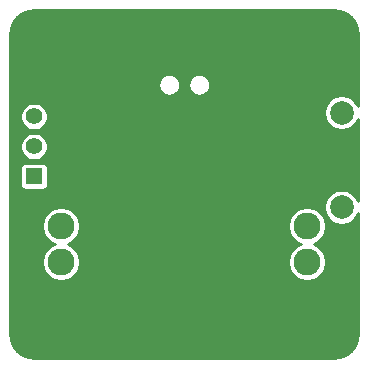
<source format=gtl>
%TF.GenerationSoftware,KiCad,Pcbnew,(5.1.10)-1*%
%TF.CreationDate,2021-09-22T19:04:14-07:00*%
%TF.ProjectId,try3,74727933-2e6b-4696-9361-645f70636258,rev?*%
%TF.SameCoordinates,Original*%
%TF.FileFunction,Copper,L1,Top*%
%TF.FilePolarity,Positive*%
%FSLAX46Y46*%
G04 Gerber Fmt 4.6, Leading zero omitted, Abs format (unit mm)*
G04 Created by KiCad (PCBNEW (5.1.10)-1) date 2021-09-22 19:04:14*
%MOMM*%
%LPD*%
G01*
G04 APERTURE LIST*
%TA.AperFunction,ComponentPad*%
%ADD10C,2.286000*%
%TD*%
%TA.AperFunction,ComponentPad*%
%ADD11C,1.998980*%
%TD*%
%TA.AperFunction,ComponentPad*%
%ADD12R,1.397000X1.397000*%
%TD*%
%TA.AperFunction,ComponentPad*%
%ADD13C,1.397000*%
%TD*%
%TA.AperFunction,NonConductor*%
%ADD14C,0.254000*%
%TD*%
%TA.AperFunction,NonConductor*%
%ADD15C,0.100000*%
%TD*%
G04 APERTURE END LIST*
D10*
%TO.P,BT1,1*%
%TO.N,Net-(BT1-Pad1)*%
X185674000Y-94234000D03*
X164846000Y-94234000D03*
X185674000Y-91186000D03*
X164846000Y-91186000D03*
%TD*%
D11*
%TO.P,R1,1*%
%TO.N,Net-(D1-Pad1)*%
X188595000Y-81598000D03*
%TO.P,R1,2*%
%TO.N,Net-(BT1-Pad2)*%
X188595000Y-89598000D03*
%TD*%
D12*
%TO.P,SW1,1*%
%TO.N,Net-(SW1-Pad1)*%
X162560000Y-86995000D03*
D13*
%TO.P,SW1,2*%
%TO.N,Net-(BT1-Pad1)*%
X162560000Y-84455000D03*
%TO.P,SW1,3*%
%TO.N,Net-(D1-Pad2)*%
X162560000Y-81915000D03*
%TD*%
D14*
X188350506Y-72957817D02*
X188726136Y-73071227D01*
X189072579Y-73255434D01*
X189376647Y-73503426D01*
X189626757Y-73805757D01*
X189813380Y-74150910D01*
X189929410Y-74525741D01*
X189973000Y-74940477D01*
X189973000Y-81066534D01*
X189903448Y-80898620D01*
X189741865Y-80656793D01*
X189536207Y-80451135D01*
X189294380Y-80289552D01*
X189025676Y-80178251D01*
X188740422Y-80121510D01*
X188449578Y-80121510D01*
X188164324Y-80178251D01*
X187895620Y-80289552D01*
X187653793Y-80451135D01*
X187448135Y-80656793D01*
X187286552Y-80898620D01*
X187175251Y-81167324D01*
X187118510Y-81452578D01*
X187118510Y-81743422D01*
X187175251Y-82028676D01*
X187286552Y-82297380D01*
X187448135Y-82539207D01*
X187653793Y-82744865D01*
X187895620Y-82906448D01*
X188164324Y-83017749D01*
X188449578Y-83074490D01*
X188740422Y-83074490D01*
X189025676Y-83017749D01*
X189294380Y-82906448D01*
X189536207Y-82744865D01*
X189741865Y-82539207D01*
X189903448Y-82297380D01*
X189973000Y-82129466D01*
X189973001Y-89066534D01*
X189903448Y-88898620D01*
X189741865Y-88656793D01*
X189536207Y-88451135D01*
X189294380Y-88289552D01*
X189025676Y-88178251D01*
X188740422Y-88121510D01*
X188449578Y-88121510D01*
X188164324Y-88178251D01*
X187895620Y-88289552D01*
X187653793Y-88451135D01*
X187448135Y-88656793D01*
X187286552Y-88898620D01*
X187175251Y-89167324D01*
X187118510Y-89452578D01*
X187118510Y-89743422D01*
X187175251Y-90028676D01*
X187286552Y-90297380D01*
X187448135Y-90539207D01*
X187653793Y-90744865D01*
X187895620Y-90906448D01*
X188164324Y-91017749D01*
X188449578Y-91074490D01*
X188740422Y-91074490D01*
X189025676Y-91017749D01*
X189294380Y-90906448D01*
X189536207Y-90744865D01*
X189741865Y-90539207D01*
X189903448Y-90297380D01*
X189973001Y-90129465D01*
X189973001Y-100304214D01*
X189932183Y-100720505D01*
X189818776Y-101096129D01*
X189634568Y-101442575D01*
X189386574Y-101746647D01*
X189084243Y-101996757D01*
X188739090Y-102183380D01*
X188364260Y-102299410D01*
X187949524Y-102343000D01*
X162585776Y-102343000D01*
X162169495Y-102302183D01*
X161793871Y-102188776D01*
X161447425Y-102004568D01*
X161143353Y-101756574D01*
X160893243Y-101454243D01*
X160706620Y-101109090D01*
X160590590Y-100734260D01*
X160547000Y-100319524D01*
X160547000Y-91026444D01*
X163226000Y-91026444D01*
X163226000Y-91345556D01*
X163288256Y-91658536D01*
X163410375Y-91953358D01*
X163587664Y-92218689D01*
X163813311Y-92444336D01*
X164078642Y-92621625D01*
X164291999Y-92710000D01*
X164078642Y-92798375D01*
X163813311Y-92975664D01*
X163587664Y-93201311D01*
X163410375Y-93466642D01*
X163288256Y-93761464D01*
X163226000Y-94074444D01*
X163226000Y-94393556D01*
X163288256Y-94706536D01*
X163410375Y-95001358D01*
X163587664Y-95266689D01*
X163813311Y-95492336D01*
X164078642Y-95669625D01*
X164373464Y-95791744D01*
X164686444Y-95854000D01*
X165005556Y-95854000D01*
X165318536Y-95791744D01*
X165613358Y-95669625D01*
X165878689Y-95492336D01*
X166104336Y-95266689D01*
X166281625Y-95001358D01*
X166403744Y-94706536D01*
X166466000Y-94393556D01*
X166466000Y-94074444D01*
X166403744Y-93761464D01*
X166281625Y-93466642D01*
X166104336Y-93201311D01*
X165878689Y-92975664D01*
X165613358Y-92798375D01*
X165400001Y-92710000D01*
X165613358Y-92621625D01*
X165878689Y-92444336D01*
X166104336Y-92218689D01*
X166281625Y-91953358D01*
X166403744Y-91658536D01*
X166466000Y-91345556D01*
X166466000Y-91026444D01*
X184054000Y-91026444D01*
X184054000Y-91345556D01*
X184116256Y-91658536D01*
X184238375Y-91953358D01*
X184415664Y-92218689D01*
X184641311Y-92444336D01*
X184906642Y-92621625D01*
X185119999Y-92710000D01*
X184906642Y-92798375D01*
X184641311Y-92975664D01*
X184415664Y-93201311D01*
X184238375Y-93466642D01*
X184116256Y-93761464D01*
X184054000Y-94074444D01*
X184054000Y-94393556D01*
X184116256Y-94706536D01*
X184238375Y-95001358D01*
X184415664Y-95266689D01*
X184641311Y-95492336D01*
X184906642Y-95669625D01*
X185201464Y-95791744D01*
X185514444Y-95854000D01*
X185833556Y-95854000D01*
X186146536Y-95791744D01*
X186441358Y-95669625D01*
X186706689Y-95492336D01*
X186932336Y-95266689D01*
X187109625Y-95001358D01*
X187231744Y-94706536D01*
X187294000Y-94393556D01*
X187294000Y-94074444D01*
X187231744Y-93761464D01*
X187109625Y-93466642D01*
X186932336Y-93201311D01*
X186706689Y-92975664D01*
X186441358Y-92798375D01*
X186228001Y-92710000D01*
X186441358Y-92621625D01*
X186706689Y-92444336D01*
X186932336Y-92218689D01*
X187109625Y-91953358D01*
X187231744Y-91658536D01*
X187294000Y-91345556D01*
X187294000Y-91026444D01*
X187231744Y-90713464D01*
X187109625Y-90418642D01*
X186932336Y-90153311D01*
X186706689Y-89927664D01*
X186441358Y-89750375D01*
X186146536Y-89628256D01*
X185833556Y-89566000D01*
X185514444Y-89566000D01*
X185201464Y-89628256D01*
X184906642Y-89750375D01*
X184641311Y-89927664D01*
X184415664Y-90153311D01*
X184238375Y-90418642D01*
X184116256Y-90713464D01*
X184054000Y-91026444D01*
X166466000Y-91026444D01*
X166403744Y-90713464D01*
X166281625Y-90418642D01*
X166104336Y-90153311D01*
X165878689Y-89927664D01*
X165613358Y-89750375D01*
X165318536Y-89628256D01*
X165005556Y-89566000D01*
X164686444Y-89566000D01*
X164373464Y-89628256D01*
X164078642Y-89750375D01*
X163813311Y-89927664D01*
X163587664Y-90153311D01*
X163410375Y-90418642D01*
X163288256Y-90713464D01*
X163226000Y-91026444D01*
X160547000Y-91026444D01*
X160547000Y-86296500D01*
X161382193Y-86296500D01*
X161382193Y-87693500D01*
X161391403Y-87787008D01*
X161418678Y-87876923D01*
X161462971Y-87959789D01*
X161522579Y-88032421D01*
X161595211Y-88092029D01*
X161678077Y-88136322D01*
X161767992Y-88163597D01*
X161861500Y-88172807D01*
X163258500Y-88172807D01*
X163352008Y-88163597D01*
X163441923Y-88136322D01*
X163524789Y-88092029D01*
X163597421Y-88032421D01*
X163657029Y-87959789D01*
X163701322Y-87876923D01*
X163728597Y-87787008D01*
X163737807Y-87693500D01*
X163737807Y-86296500D01*
X163728597Y-86202992D01*
X163701322Y-86113077D01*
X163657029Y-86030211D01*
X163597421Y-85957579D01*
X163524789Y-85897971D01*
X163441923Y-85853678D01*
X163352008Y-85826403D01*
X163258500Y-85817193D01*
X161861500Y-85817193D01*
X161767992Y-85826403D01*
X161678077Y-85853678D01*
X161595211Y-85897971D01*
X161522579Y-85957579D01*
X161462971Y-86030211D01*
X161418678Y-86113077D01*
X161391403Y-86202992D01*
X161382193Y-86296500D01*
X160547000Y-86296500D01*
X160547000Y-84339223D01*
X161384500Y-84339223D01*
X161384500Y-84570777D01*
X161429674Y-84797881D01*
X161518285Y-85011808D01*
X161646929Y-85204338D01*
X161810662Y-85368071D01*
X162003192Y-85496715D01*
X162217119Y-85585326D01*
X162444223Y-85630500D01*
X162675777Y-85630500D01*
X162902881Y-85585326D01*
X163116808Y-85496715D01*
X163309338Y-85368071D01*
X163473071Y-85204338D01*
X163601715Y-85011808D01*
X163690326Y-84797881D01*
X163735500Y-84570777D01*
X163735500Y-84339223D01*
X163690326Y-84112119D01*
X163601715Y-83898192D01*
X163473071Y-83705662D01*
X163309338Y-83541929D01*
X163116808Y-83413285D01*
X162902881Y-83324674D01*
X162675777Y-83279500D01*
X162444223Y-83279500D01*
X162217119Y-83324674D01*
X162003192Y-83413285D01*
X161810662Y-83541929D01*
X161646929Y-83705662D01*
X161518285Y-83898192D01*
X161429674Y-84112119D01*
X161384500Y-84339223D01*
X160547000Y-84339223D01*
X160547000Y-81799223D01*
X161384500Y-81799223D01*
X161384500Y-82030777D01*
X161429674Y-82257881D01*
X161518285Y-82471808D01*
X161646929Y-82664338D01*
X161810662Y-82828071D01*
X162003192Y-82956715D01*
X162217119Y-83045326D01*
X162444223Y-83090500D01*
X162675777Y-83090500D01*
X162902881Y-83045326D01*
X163116808Y-82956715D01*
X163309338Y-82828071D01*
X163473071Y-82664338D01*
X163601715Y-82471808D01*
X163690326Y-82257881D01*
X163735500Y-82030777D01*
X163735500Y-81799223D01*
X163690326Y-81572119D01*
X163601715Y-81358192D01*
X163473071Y-81165662D01*
X163309338Y-81001929D01*
X163116808Y-80873285D01*
X162902881Y-80784674D01*
X162675777Y-80739500D01*
X162444223Y-80739500D01*
X162217119Y-80784674D01*
X162003192Y-80873285D01*
X161810662Y-81001929D01*
X161646929Y-81165662D01*
X161518285Y-81358192D01*
X161429674Y-81572119D01*
X161384500Y-81799223D01*
X160547000Y-81799223D01*
X160547000Y-79156699D01*
X173063000Y-79156699D01*
X173063000Y-79339301D01*
X173098624Y-79518396D01*
X173168504Y-79687099D01*
X173269952Y-79838928D01*
X173399072Y-79968048D01*
X173550901Y-80069496D01*
X173719604Y-80139376D01*
X173898699Y-80175000D01*
X174081301Y-80175000D01*
X174260396Y-80139376D01*
X174429099Y-80069496D01*
X174580928Y-79968048D01*
X174710048Y-79838928D01*
X174811496Y-79687099D01*
X174881376Y-79518396D01*
X174917000Y-79339301D01*
X174917000Y-79156699D01*
X175603000Y-79156699D01*
X175603000Y-79339301D01*
X175638624Y-79518396D01*
X175708504Y-79687099D01*
X175809952Y-79838928D01*
X175939072Y-79968048D01*
X176090901Y-80069496D01*
X176259604Y-80139376D01*
X176438699Y-80175000D01*
X176621301Y-80175000D01*
X176800396Y-80139376D01*
X176969099Y-80069496D01*
X177120928Y-79968048D01*
X177250048Y-79838928D01*
X177351496Y-79687099D01*
X177421376Y-79518396D01*
X177457000Y-79339301D01*
X177457000Y-79156699D01*
X177421376Y-78977604D01*
X177351496Y-78808901D01*
X177250048Y-78657072D01*
X177120928Y-78527952D01*
X176969099Y-78426504D01*
X176800396Y-78356624D01*
X176621301Y-78321000D01*
X176438699Y-78321000D01*
X176259604Y-78356624D01*
X176090901Y-78426504D01*
X175939072Y-78527952D01*
X175809952Y-78657072D01*
X175708504Y-78808901D01*
X175638624Y-78977604D01*
X175603000Y-79156699D01*
X174917000Y-79156699D01*
X174881376Y-78977604D01*
X174811496Y-78808901D01*
X174710048Y-78657072D01*
X174580928Y-78527952D01*
X174429099Y-78426504D01*
X174260396Y-78356624D01*
X174081301Y-78321000D01*
X173898699Y-78321000D01*
X173719604Y-78356624D01*
X173550901Y-78426504D01*
X173399072Y-78527952D01*
X173269952Y-78657072D01*
X173168504Y-78808901D01*
X173098624Y-78977604D01*
X173063000Y-79156699D01*
X160547000Y-79156699D01*
X160547000Y-74955776D01*
X160587817Y-74539494D01*
X160701227Y-74163864D01*
X160885434Y-73817421D01*
X161133426Y-73513353D01*
X161435757Y-73263243D01*
X161780910Y-73076620D01*
X162155741Y-72960590D01*
X162570477Y-72917000D01*
X187934224Y-72917000D01*
X188350506Y-72957817D01*
%TA.AperFunction,NonConductor*%
D15*
G36*
X188350506Y-72957817D02*
G01*
X188726136Y-73071227D01*
X189072579Y-73255434D01*
X189376647Y-73503426D01*
X189626757Y-73805757D01*
X189813380Y-74150910D01*
X189929410Y-74525741D01*
X189973000Y-74940477D01*
X189973000Y-81066534D01*
X189903448Y-80898620D01*
X189741865Y-80656793D01*
X189536207Y-80451135D01*
X189294380Y-80289552D01*
X189025676Y-80178251D01*
X188740422Y-80121510D01*
X188449578Y-80121510D01*
X188164324Y-80178251D01*
X187895620Y-80289552D01*
X187653793Y-80451135D01*
X187448135Y-80656793D01*
X187286552Y-80898620D01*
X187175251Y-81167324D01*
X187118510Y-81452578D01*
X187118510Y-81743422D01*
X187175251Y-82028676D01*
X187286552Y-82297380D01*
X187448135Y-82539207D01*
X187653793Y-82744865D01*
X187895620Y-82906448D01*
X188164324Y-83017749D01*
X188449578Y-83074490D01*
X188740422Y-83074490D01*
X189025676Y-83017749D01*
X189294380Y-82906448D01*
X189536207Y-82744865D01*
X189741865Y-82539207D01*
X189903448Y-82297380D01*
X189973000Y-82129466D01*
X189973001Y-89066534D01*
X189903448Y-88898620D01*
X189741865Y-88656793D01*
X189536207Y-88451135D01*
X189294380Y-88289552D01*
X189025676Y-88178251D01*
X188740422Y-88121510D01*
X188449578Y-88121510D01*
X188164324Y-88178251D01*
X187895620Y-88289552D01*
X187653793Y-88451135D01*
X187448135Y-88656793D01*
X187286552Y-88898620D01*
X187175251Y-89167324D01*
X187118510Y-89452578D01*
X187118510Y-89743422D01*
X187175251Y-90028676D01*
X187286552Y-90297380D01*
X187448135Y-90539207D01*
X187653793Y-90744865D01*
X187895620Y-90906448D01*
X188164324Y-91017749D01*
X188449578Y-91074490D01*
X188740422Y-91074490D01*
X189025676Y-91017749D01*
X189294380Y-90906448D01*
X189536207Y-90744865D01*
X189741865Y-90539207D01*
X189903448Y-90297380D01*
X189973001Y-90129465D01*
X189973001Y-100304214D01*
X189932183Y-100720505D01*
X189818776Y-101096129D01*
X189634568Y-101442575D01*
X189386574Y-101746647D01*
X189084243Y-101996757D01*
X188739090Y-102183380D01*
X188364260Y-102299410D01*
X187949524Y-102343000D01*
X162585776Y-102343000D01*
X162169495Y-102302183D01*
X161793871Y-102188776D01*
X161447425Y-102004568D01*
X161143353Y-101756574D01*
X160893243Y-101454243D01*
X160706620Y-101109090D01*
X160590590Y-100734260D01*
X160547000Y-100319524D01*
X160547000Y-91026444D01*
X163226000Y-91026444D01*
X163226000Y-91345556D01*
X163288256Y-91658536D01*
X163410375Y-91953358D01*
X163587664Y-92218689D01*
X163813311Y-92444336D01*
X164078642Y-92621625D01*
X164291999Y-92710000D01*
X164078642Y-92798375D01*
X163813311Y-92975664D01*
X163587664Y-93201311D01*
X163410375Y-93466642D01*
X163288256Y-93761464D01*
X163226000Y-94074444D01*
X163226000Y-94393556D01*
X163288256Y-94706536D01*
X163410375Y-95001358D01*
X163587664Y-95266689D01*
X163813311Y-95492336D01*
X164078642Y-95669625D01*
X164373464Y-95791744D01*
X164686444Y-95854000D01*
X165005556Y-95854000D01*
X165318536Y-95791744D01*
X165613358Y-95669625D01*
X165878689Y-95492336D01*
X166104336Y-95266689D01*
X166281625Y-95001358D01*
X166403744Y-94706536D01*
X166466000Y-94393556D01*
X166466000Y-94074444D01*
X166403744Y-93761464D01*
X166281625Y-93466642D01*
X166104336Y-93201311D01*
X165878689Y-92975664D01*
X165613358Y-92798375D01*
X165400001Y-92710000D01*
X165613358Y-92621625D01*
X165878689Y-92444336D01*
X166104336Y-92218689D01*
X166281625Y-91953358D01*
X166403744Y-91658536D01*
X166466000Y-91345556D01*
X166466000Y-91026444D01*
X184054000Y-91026444D01*
X184054000Y-91345556D01*
X184116256Y-91658536D01*
X184238375Y-91953358D01*
X184415664Y-92218689D01*
X184641311Y-92444336D01*
X184906642Y-92621625D01*
X185119999Y-92710000D01*
X184906642Y-92798375D01*
X184641311Y-92975664D01*
X184415664Y-93201311D01*
X184238375Y-93466642D01*
X184116256Y-93761464D01*
X184054000Y-94074444D01*
X184054000Y-94393556D01*
X184116256Y-94706536D01*
X184238375Y-95001358D01*
X184415664Y-95266689D01*
X184641311Y-95492336D01*
X184906642Y-95669625D01*
X185201464Y-95791744D01*
X185514444Y-95854000D01*
X185833556Y-95854000D01*
X186146536Y-95791744D01*
X186441358Y-95669625D01*
X186706689Y-95492336D01*
X186932336Y-95266689D01*
X187109625Y-95001358D01*
X187231744Y-94706536D01*
X187294000Y-94393556D01*
X187294000Y-94074444D01*
X187231744Y-93761464D01*
X187109625Y-93466642D01*
X186932336Y-93201311D01*
X186706689Y-92975664D01*
X186441358Y-92798375D01*
X186228001Y-92710000D01*
X186441358Y-92621625D01*
X186706689Y-92444336D01*
X186932336Y-92218689D01*
X187109625Y-91953358D01*
X187231744Y-91658536D01*
X187294000Y-91345556D01*
X187294000Y-91026444D01*
X187231744Y-90713464D01*
X187109625Y-90418642D01*
X186932336Y-90153311D01*
X186706689Y-89927664D01*
X186441358Y-89750375D01*
X186146536Y-89628256D01*
X185833556Y-89566000D01*
X185514444Y-89566000D01*
X185201464Y-89628256D01*
X184906642Y-89750375D01*
X184641311Y-89927664D01*
X184415664Y-90153311D01*
X184238375Y-90418642D01*
X184116256Y-90713464D01*
X184054000Y-91026444D01*
X166466000Y-91026444D01*
X166403744Y-90713464D01*
X166281625Y-90418642D01*
X166104336Y-90153311D01*
X165878689Y-89927664D01*
X165613358Y-89750375D01*
X165318536Y-89628256D01*
X165005556Y-89566000D01*
X164686444Y-89566000D01*
X164373464Y-89628256D01*
X164078642Y-89750375D01*
X163813311Y-89927664D01*
X163587664Y-90153311D01*
X163410375Y-90418642D01*
X163288256Y-90713464D01*
X163226000Y-91026444D01*
X160547000Y-91026444D01*
X160547000Y-86296500D01*
X161382193Y-86296500D01*
X161382193Y-87693500D01*
X161391403Y-87787008D01*
X161418678Y-87876923D01*
X161462971Y-87959789D01*
X161522579Y-88032421D01*
X161595211Y-88092029D01*
X161678077Y-88136322D01*
X161767992Y-88163597D01*
X161861500Y-88172807D01*
X163258500Y-88172807D01*
X163352008Y-88163597D01*
X163441923Y-88136322D01*
X163524789Y-88092029D01*
X163597421Y-88032421D01*
X163657029Y-87959789D01*
X163701322Y-87876923D01*
X163728597Y-87787008D01*
X163737807Y-87693500D01*
X163737807Y-86296500D01*
X163728597Y-86202992D01*
X163701322Y-86113077D01*
X163657029Y-86030211D01*
X163597421Y-85957579D01*
X163524789Y-85897971D01*
X163441923Y-85853678D01*
X163352008Y-85826403D01*
X163258500Y-85817193D01*
X161861500Y-85817193D01*
X161767992Y-85826403D01*
X161678077Y-85853678D01*
X161595211Y-85897971D01*
X161522579Y-85957579D01*
X161462971Y-86030211D01*
X161418678Y-86113077D01*
X161391403Y-86202992D01*
X161382193Y-86296500D01*
X160547000Y-86296500D01*
X160547000Y-84339223D01*
X161384500Y-84339223D01*
X161384500Y-84570777D01*
X161429674Y-84797881D01*
X161518285Y-85011808D01*
X161646929Y-85204338D01*
X161810662Y-85368071D01*
X162003192Y-85496715D01*
X162217119Y-85585326D01*
X162444223Y-85630500D01*
X162675777Y-85630500D01*
X162902881Y-85585326D01*
X163116808Y-85496715D01*
X163309338Y-85368071D01*
X163473071Y-85204338D01*
X163601715Y-85011808D01*
X163690326Y-84797881D01*
X163735500Y-84570777D01*
X163735500Y-84339223D01*
X163690326Y-84112119D01*
X163601715Y-83898192D01*
X163473071Y-83705662D01*
X163309338Y-83541929D01*
X163116808Y-83413285D01*
X162902881Y-83324674D01*
X162675777Y-83279500D01*
X162444223Y-83279500D01*
X162217119Y-83324674D01*
X162003192Y-83413285D01*
X161810662Y-83541929D01*
X161646929Y-83705662D01*
X161518285Y-83898192D01*
X161429674Y-84112119D01*
X161384500Y-84339223D01*
X160547000Y-84339223D01*
X160547000Y-81799223D01*
X161384500Y-81799223D01*
X161384500Y-82030777D01*
X161429674Y-82257881D01*
X161518285Y-82471808D01*
X161646929Y-82664338D01*
X161810662Y-82828071D01*
X162003192Y-82956715D01*
X162217119Y-83045326D01*
X162444223Y-83090500D01*
X162675777Y-83090500D01*
X162902881Y-83045326D01*
X163116808Y-82956715D01*
X163309338Y-82828071D01*
X163473071Y-82664338D01*
X163601715Y-82471808D01*
X163690326Y-82257881D01*
X163735500Y-82030777D01*
X163735500Y-81799223D01*
X163690326Y-81572119D01*
X163601715Y-81358192D01*
X163473071Y-81165662D01*
X163309338Y-81001929D01*
X163116808Y-80873285D01*
X162902881Y-80784674D01*
X162675777Y-80739500D01*
X162444223Y-80739500D01*
X162217119Y-80784674D01*
X162003192Y-80873285D01*
X161810662Y-81001929D01*
X161646929Y-81165662D01*
X161518285Y-81358192D01*
X161429674Y-81572119D01*
X161384500Y-81799223D01*
X160547000Y-81799223D01*
X160547000Y-79156699D01*
X173063000Y-79156699D01*
X173063000Y-79339301D01*
X173098624Y-79518396D01*
X173168504Y-79687099D01*
X173269952Y-79838928D01*
X173399072Y-79968048D01*
X173550901Y-80069496D01*
X173719604Y-80139376D01*
X173898699Y-80175000D01*
X174081301Y-80175000D01*
X174260396Y-80139376D01*
X174429099Y-80069496D01*
X174580928Y-79968048D01*
X174710048Y-79838928D01*
X174811496Y-79687099D01*
X174881376Y-79518396D01*
X174917000Y-79339301D01*
X174917000Y-79156699D01*
X175603000Y-79156699D01*
X175603000Y-79339301D01*
X175638624Y-79518396D01*
X175708504Y-79687099D01*
X175809952Y-79838928D01*
X175939072Y-79968048D01*
X176090901Y-80069496D01*
X176259604Y-80139376D01*
X176438699Y-80175000D01*
X176621301Y-80175000D01*
X176800396Y-80139376D01*
X176969099Y-80069496D01*
X177120928Y-79968048D01*
X177250048Y-79838928D01*
X177351496Y-79687099D01*
X177421376Y-79518396D01*
X177457000Y-79339301D01*
X177457000Y-79156699D01*
X177421376Y-78977604D01*
X177351496Y-78808901D01*
X177250048Y-78657072D01*
X177120928Y-78527952D01*
X176969099Y-78426504D01*
X176800396Y-78356624D01*
X176621301Y-78321000D01*
X176438699Y-78321000D01*
X176259604Y-78356624D01*
X176090901Y-78426504D01*
X175939072Y-78527952D01*
X175809952Y-78657072D01*
X175708504Y-78808901D01*
X175638624Y-78977604D01*
X175603000Y-79156699D01*
X174917000Y-79156699D01*
X174881376Y-78977604D01*
X174811496Y-78808901D01*
X174710048Y-78657072D01*
X174580928Y-78527952D01*
X174429099Y-78426504D01*
X174260396Y-78356624D01*
X174081301Y-78321000D01*
X173898699Y-78321000D01*
X173719604Y-78356624D01*
X173550901Y-78426504D01*
X173399072Y-78527952D01*
X173269952Y-78657072D01*
X173168504Y-78808901D01*
X173098624Y-78977604D01*
X173063000Y-79156699D01*
X160547000Y-79156699D01*
X160547000Y-74955776D01*
X160587817Y-74539494D01*
X160701227Y-74163864D01*
X160885434Y-73817421D01*
X161133426Y-73513353D01*
X161435757Y-73263243D01*
X161780910Y-73076620D01*
X162155741Y-72960590D01*
X162570477Y-72917000D01*
X187934224Y-72917000D01*
X188350506Y-72957817D01*
G37*
%TD.AperFunction*%
M02*

</source>
